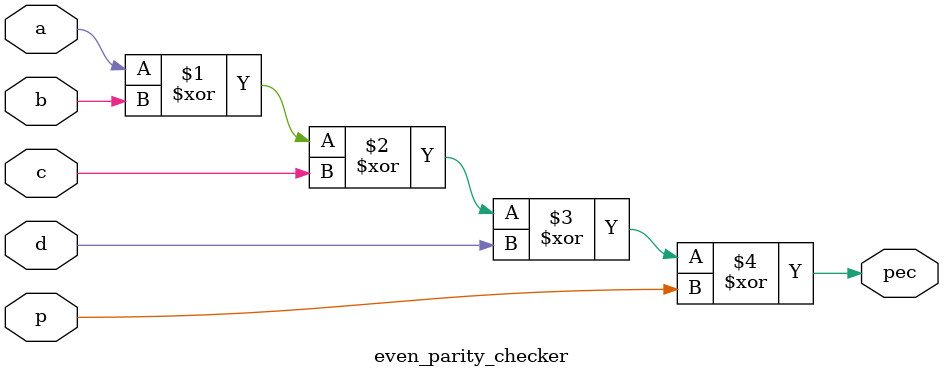
<source format=v>
`timescale 1ns / 1ps
module even_parity_checker(a, b, c, d, p, pec);
    input a, b, c, d, p;
    output pec;
    assign pec = a ^ b ^ c ^ d ^ p;
endmodule
</source>
